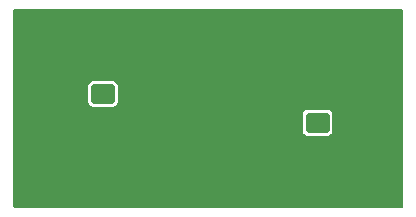
<source format=gbr>
%TF.GenerationSoftware,KiCad,Pcbnew,9.0.0*%
%TF.CreationDate,2025-04-24T23:51:43+03:00*%
%TF.ProjectId,3v3,3376332e-6b69-4636-9164-5f7063625858,rev?*%
%TF.SameCoordinates,Original*%
%TF.FileFunction,Copper,L2,Bot*%
%TF.FilePolarity,Positive*%
%FSLAX46Y46*%
G04 Gerber Fmt 4.6, Leading zero omitted, Abs format (unit mm)*
G04 Created by KiCad (PCBNEW 9.0.0) date 2025-04-24 23:51:43*
%MOMM*%
%LPD*%
G01*
G04 APERTURE LIST*
G04 Aperture macros list*
%AMRoundRect*
0 Rectangle with rounded corners*
0 $1 Rounding radius*
0 $2 $3 $4 $5 $6 $7 $8 $9 X,Y pos of 4 corners*
0 Add a 4 corners polygon primitive as box body*
4,1,4,$2,$3,$4,$5,$6,$7,$8,$9,$2,$3,0*
0 Add four circle primitives for the rounded corners*
1,1,$1+$1,$2,$3*
1,1,$1+$1,$4,$5*
1,1,$1+$1,$6,$7*
1,1,$1+$1,$8,$9*
0 Add four rect primitives between the rounded corners*
20,1,$1+$1,$2,$3,$4,$5,0*
20,1,$1+$1,$4,$5,$6,$7,0*
20,1,$1+$1,$6,$7,$8,$9,0*
20,1,$1+$1,$8,$9,$2,$3,0*%
G04 Aperture macros list end*
%TA.AperFunction,ComponentPad*%
%ADD10C,2.600000*%
%TD*%
%TA.AperFunction,ConnectorPad*%
%ADD11C,3.800000*%
%TD*%
%TA.AperFunction,ComponentPad*%
%ADD12RoundRect,0.250000X-0.750000X0.600000X-0.750000X-0.600000X0.750000X-0.600000X0.750000X0.600000X0*%
%TD*%
%TA.AperFunction,ComponentPad*%
%ADD13O,2.000000X1.700000*%
%TD*%
%TA.AperFunction,ComponentPad*%
%ADD14RoundRect,0.250000X0.750000X-0.600000X0.750000X0.600000X-0.750000X0.600000X-0.750000X-0.600000X0*%
%TD*%
%TA.AperFunction,ViaPad*%
%ADD15C,0.600000*%
%TD*%
G04 APERTURE END LIST*
D10*
%TO.P,H5,1,1*%
%TO.N,DGND*%
X89962000Y-105968754D03*
D11*
X89962000Y-105968754D03*
%TD*%
D12*
%TO.P,J4,1,Pin_1*%
%TO.N,/RAWD_Unprotected*%
X66848000Y-98495800D03*
D13*
%TO.P,J4,2,Pin_2*%
%TO.N,DGND*%
X66848000Y-100995800D03*
%TD*%
D10*
%TO.P,H8,1,1*%
%TO.N,DGND*%
X61599050Y-105913700D03*
D11*
X61599050Y-105913700D03*
%TD*%
D10*
%TO.P,H7,1,1*%
%TO.N,DGND*%
X61488600Y-93446554D03*
D11*
X61488600Y-93446554D03*
%TD*%
D14*
%TO.P,J5,1,Pin_1*%
%TO.N,/3.3V*%
X85013800Y-100939600D03*
D13*
%TO.P,J5,2,Pin_2*%
%TO.N,DGND*%
X85013800Y-98439600D03*
%TD*%
D10*
%TO.P,H6,1,1*%
%TO.N,DGND*%
X89962000Y-93421154D03*
D11*
X89962000Y-93421154D03*
%TD*%
D15*
%TO.N,DGND*%
X75966600Y-94995954D03*
X69464200Y-99842000D03*
X85898000Y-104363200D03*
X74823600Y-99334000D03*
X81985300Y-101112000D03*
X75966600Y-97556000D03*
X73629800Y-95803400D03*
X73579000Y-103042400D03*
X84678800Y-94965200D03*
X83078600Y-104363200D03*
X77135000Y-104033000D03*
X71801000Y-102305800D03*
X78125600Y-101950200D03*
X86075800Y-94965200D03*
X74950600Y-100985000D03*
X69388000Y-94995954D03*
X77185800Y-94995954D03*
X76093600Y-100959600D03*
X78125600Y-104049596D03*
X69542481Y-101749300D03*
X79920000Y-99130800D03*
X69515000Y-97581400D03*
X72436000Y-104083800D03*
X84501000Y-104363200D03*
X70607200Y-102331200D03*
X74849000Y-103042400D03*
X78913000Y-102915400D03*
X87244200Y-104363200D03*
X75966600Y-95803400D03*
X73579000Y-104033000D03*
X80411600Y-104109200D03*
X83256400Y-94965200D03*
X70531000Y-94995954D03*
X74849000Y-95803400D03*
X77185800Y-101899400D03*
X72461400Y-103042400D03*
X74849000Y-104033000D03*
X74849000Y-94995954D03*
X78125600Y-103058996D03*
X78797842Y-95344796D03*
X71648600Y-94995954D03*
X87422000Y-94965200D03*
X76068200Y-103042400D03*
X78125600Y-95981200D03*
X77185800Y-95803400D03*
X77160400Y-100985000D03*
X72690000Y-95803400D03*
X73629800Y-94995954D03*
X77135000Y-103042400D03*
X74976000Y-97556000D03*
X77719200Y-99461000D03*
X72690000Y-94995954D03*
X81834000Y-104109200D03*
X69464200Y-98597400D03*
X78125600Y-100976196D03*
X76068200Y-104033000D03*
X77525631Y-96835169D03*
X77160400Y-100121400D03*
%TD*%
%TA.AperFunction,Conductor*%
%TO.N,DGND*%
G36*
X92167565Y-91310935D02*
G01*
X92213320Y-91363739D01*
X92224526Y-91415250D01*
X92224526Y-108053558D01*
X92204841Y-108120597D01*
X92152037Y-108166352D01*
X92100526Y-108177558D01*
X59393143Y-108177558D01*
X59326104Y-108157873D01*
X59280349Y-108105069D01*
X59269143Y-108053564D01*
X59268782Y-101110903D01*
X59268782Y-100291735D01*
X83763300Y-100291735D01*
X83763300Y-101587470D01*
X83763301Y-101587476D01*
X83769708Y-101647083D01*
X83820002Y-101781928D01*
X83820006Y-101781935D01*
X83906252Y-101897144D01*
X83906255Y-101897147D01*
X84021464Y-101983393D01*
X84021471Y-101983397D01*
X84156317Y-102033691D01*
X84156316Y-102033691D01*
X84163244Y-102034435D01*
X84215927Y-102040100D01*
X85811672Y-102040099D01*
X85871283Y-102033691D01*
X86006131Y-101983396D01*
X86121346Y-101897146D01*
X86207596Y-101781931D01*
X86257891Y-101647083D01*
X86264300Y-101587473D01*
X86264299Y-100291728D01*
X86257891Y-100232117D01*
X86207596Y-100097269D01*
X86207595Y-100097268D01*
X86207593Y-100097264D01*
X86121347Y-99982055D01*
X86121344Y-99982052D01*
X86006135Y-99895806D01*
X86006128Y-99895802D01*
X85871282Y-99845508D01*
X85871283Y-99845508D01*
X85811683Y-99839101D01*
X85811681Y-99839100D01*
X85811673Y-99839100D01*
X85811664Y-99839100D01*
X84215929Y-99839100D01*
X84215923Y-99839101D01*
X84156316Y-99845508D01*
X84021471Y-99895802D01*
X84021464Y-99895806D01*
X83906255Y-99982052D01*
X83906252Y-99982055D01*
X83820006Y-100097264D01*
X83820002Y-100097271D01*
X83769708Y-100232117D01*
X83763301Y-100291716D01*
X83763301Y-100291723D01*
X83763300Y-100291735D01*
X59268782Y-100291735D01*
X59268782Y-97847935D01*
X65597500Y-97847935D01*
X65597500Y-99143670D01*
X65597501Y-99143676D01*
X65603908Y-99203283D01*
X65654202Y-99338128D01*
X65654206Y-99338135D01*
X65740452Y-99453344D01*
X65740455Y-99453347D01*
X65855664Y-99539593D01*
X65855671Y-99539597D01*
X65990517Y-99589891D01*
X65990516Y-99589891D01*
X65997444Y-99590635D01*
X66050127Y-99596300D01*
X67645872Y-99596299D01*
X67705483Y-99589891D01*
X67840331Y-99539596D01*
X67955546Y-99453346D01*
X68041796Y-99338131D01*
X68092091Y-99203283D01*
X68098500Y-99143673D01*
X68098499Y-97847928D01*
X68092091Y-97788317D01*
X68041796Y-97653469D01*
X68041795Y-97653468D01*
X68041793Y-97653464D01*
X67955547Y-97538255D01*
X67955544Y-97538252D01*
X67840335Y-97452006D01*
X67840328Y-97452002D01*
X67705482Y-97401708D01*
X67705483Y-97401708D01*
X67645883Y-97395301D01*
X67645881Y-97395300D01*
X67645873Y-97395300D01*
X67645864Y-97395300D01*
X66050129Y-97395300D01*
X66050123Y-97395301D01*
X65990516Y-97401708D01*
X65855671Y-97452002D01*
X65855664Y-97452006D01*
X65740455Y-97538252D01*
X65740452Y-97538255D01*
X65654206Y-97653464D01*
X65654202Y-97653471D01*
X65603908Y-97788317D01*
X65597501Y-97847916D01*
X65597501Y-97847923D01*
X65597500Y-97847935D01*
X59268782Y-97847935D01*
X59268782Y-96931386D01*
X59269135Y-91415242D01*
X59288824Y-91348204D01*
X59341631Y-91302452D01*
X59393135Y-91291250D01*
X92100526Y-91291250D01*
X92167565Y-91310935D01*
G37*
%TD.AperFunction*%
%TD*%
M02*

</source>
